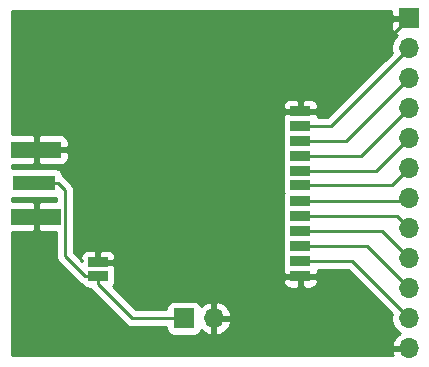
<source format=gbr>
G04 #@! TF.GenerationSoftware,KiCad,Pcbnew,(5.1.5)-3*
G04 #@! TF.CreationDate,2020-06-27T17:11:00-04:00*
G04 #@! TF.ProjectId,BreakoutSI4463PRORev2,42726561-6b6f-4757-9453-493434363350,rev?*
G04 #@! TF.SameCoordinates,Original*
G04 #@! TF.FileFunction,Copper,L1,Top*
G04 #@! TF.FilePolarity,Positive*
%FSLAX46Y46*%
G04 Gerber Fmt 4.6, Leading zero omitted, Abs format (unit mm)*
G04 Created by KiCad (PCBNEW (5.1.5)-3) date 2020-06-27 17:11:00*
%MOMM*%
%LPD*%
G04 APERTURE LIST*
%ADD10O,1.700000X1.700000*%
%ADD11R,1.700000X1.700000*%
%ADD12R,1.676400X0.812800*%
%ADD13R,4.200000X1.350000*%
%ADD14R,3.600000X1.270000*%
%ADD15C,0.800000*%
%ADD16C,0.250000*%
%ADD17C,0.254000*%
G04 APERTURE END LIST*
D10*
X130810000Y-116840000D03*
D11*
X128270000Y-116840000D03*
D10*
X147320000Y-119380000D03*
X147320000Y-116840000D03*
X147320000Y-114300000D03*
X147320000Y-111760000D03*
X147320000Y-109220000D03*
X147320000Y-106680000D03*
X147320000Y-104140000D03*
X147320000Y-101600000D03*
X147320000Y-99060000D03*
X147320000Y-96520000D03*
X147320000Y-93980000D03*
D11*
X147320000Y-91440000D03*
D12*
X120985280Y-112092740D03*
X138127740Y-99314000D03*
X138127740Y-103124000D03*
X138127740Y-112014000D03*
X138127740Y-108204000D03*
X138127740Y-106934000D03*
X138127740Y-105585260D03*
X138127740Y-101854000D03*
X138127740Y-113284000D03*
X120985280Y-113284000D03*
X138127740Y-100584000D03*
X138127740Y-104394000D03*
X138127740Y-109474000D03*
X138127740Y-110744000D03*
D13*
X115770000Y-102585000D03*
X115770000Y-108235000D03*
D14*
X115570000Y-105410000D03*
D15*
X115570000Y-100330000D03*
X115570000Y-110490000D03*
X123190000Y-110490000D03*
D16*
X120985280Y-113940400D02*
X120985280Y-113284000D01*
X123884880Y-116840000D02*
X120985280Y-113940400D01*
X128270000Y-116840000D02*
X123884880Y-116840000D01*
X117620000Y-105410000D02*
X115570000Y-105410000D01*
X118195001Y-105985001D02*
X117620000Y-105410000D01*
X118195001Y-111581921D02*
X118195001Y-105985001D01*
X119897080Y-113284000D02*
X118195001Y-111581921D01*
X120985280Y-113284000D02*
X119897080Y-113284000D01*
X142494000Y-112014000D02*
X147320000Y-116840000D01*
X138127740Y-112014000D02*
X142494000Y-112014000D01*
X143764000Y-110744000D02*
X138127740Y-110744000D01*
X147320000Y-114300000D02*
X143764000Y-110744000D01*
X145034000Y-109474000D02*
X147320000Y-111760000D01*
X138127740Y-109474000D02*
X145034000Y-109474000D01*
X146304000Y-108204000D02*
X138127740Y-108204000D01*
X147320000Y-109220000D02*
X146304000Y-108204000D01*
X147066000Y-106934000D02*
X147320000Y-106680000D01*
X138127740Y-106934000D02*
X147066000Y-106934000D01*
X145874740Y-105585260D02*
X138127740Y-105585260D01*
X147320000Y-104140000D02*
X145874740Y-105585260D01*
X144526000Y-104394000D02*
X138127740Y-104394000D01*
X147320000Y-101600000D02*
X144526000Y-104394000D01*
X143256000Y-103124000D02*
X147320000Y-99060000D01*
X138127740Y-103124000D02*
X143256000Y-103124000D01*
X141986000Y-101854000D02*
X147320000Y-96520000D01*
X138127740Y-101854000D02*
X141986000Y-101854000D01*
X140716000Y-100584000D02*
X147320000Y-93980000D01*
X138127740Y-100584000D02*
X140716000Y-100584000D01*
X139446000Y-99314000D02*
X147320000Y-91440000D01*
X138127740Y-99314000D02*
X139446000Y-99314000D01*
X138127740Y-113940400D02*
X138127740Y-113284000D01*
X143567340Y-119380000D02*
X138127740Y-113940400D01*
X147320000Y-119380000D02*
X143567340Y-119380000D01*
D17*
G36*
X145835000Y-91154250D02*
G01*
X145993750Y-91313000D01*
X147193000Y-91313000D01*
X147193000Y-91293000D01*
X147447000Y-91293000D01*
X147447000Y-91313000D01*
X147467000Y-91313000D01*
X147467000Y-91567000D01*
X147447000Y-91567000D01*
X147447000Y-91587000D01*
X147193000Y-91587000D01*
X147193000Y-91567000D01*
X145993750Y-91567000D01*
X145835000Y-91725750D01*
X145831928Y-92290000D01*
X145844188Y-92414482D01*
X145880498Y-92534180D01*
X145939463Y-92644494D01*
X146018815Y-92741185D01*
X146115506Y-92820537D01*
X146225820Y-92879502D01*
X146298380Y-92901513D01*
X146166525Y-93033368D01*
X146004010Y-93276589D01*
X145892068Y-93546842D01*
X145835000Y-93833740D01*
X145835000Y-94126260D01*
X145878790Y-94346408D01*
X140401199Y-99824000D01*
X139593809Y-99824000D01*
X139604012Y-99720400D01*
X139600940Y-99599750D01*
X139442190Y-99441000D01*
X138254740Y-99441000D01*
X138254740Y-99461000D01*
X138000740Y-99461000D01*
X138000740Y-99441000D01*
X136813290Y-99441000D01*
X136654540Y-99599750D01*
X136651468Y-99720400D01*
X136663728Y-99844882D01*
X136695312Y-99949000D01*
X136663728Y-100053118D01*
X136651468Y-100177600D01*
X136651468Y-100990400D01*
X136663728Y-101114882D01*
X136695312Y-101219000D01*
X136663728Y-101323118D01*
X136651468Y-101447600D01*
X136651468Y-102260400D01*
X136663728Y-102384882D01*
X136695312Y-102489000D01*
X136663728Y-102593118D01*
X136651468Y-102717600D01*
X136651468Y-103530400D01*
X136663728Y-103654882D01*
X136695312Y-103759000D01*
X136663728Y-103863118D01*
X136651468Y-103987600D01*
X136651468Y-104800400D01*
X136663728Y-104924882D01*
X136683369Y-104989630D01*
X136663728Y-105054378D01*
X136651468Y-105178860D01*
X136651468Y-105991660D01*
X136663728Y-106116142D01*
X136700038Y-106235840D01*
X136712754Y-106259630D01*
X136700038Y-106283420D01*
X136663728Y-106403118D01*
X136651468Y-106527600D01*
X136651468Y-107340400D01*
X136663728Y-107464882D01*
X136695312Y-107569000D01*
X136663728Y-107673118D01*
X136651468Y-107797600D01*
X136651468Y-108610400D01*
X136663728Y-108734882D01*
X136695312Y-108839000D01*
X136663728Y-108943118D01*
X136651468Y-109067600D01*
X136651468Y-109880400D01*
X136663728Y-110004882D01*
X136695312Y-110109000D01*
X136663728Y-110213118D01*
X136651468Y-110337600D01*
X136651468Y-111150400D01*
X136663728Y-111274882D01*
X136695312Y-111379000D01*
X136663728Y-111483118D01*
X136651468Y-111607600D01*
X136651468Y-112420400D01*
X136663728Y-112544882D01*
X136695312Y-112649000D01*
X136663728Y-112753118D01*
X136651468Y-112877600D01*
X136654540Y-112998250D01*
X136813290Y-113157000D01*
X138000740Y-113157000D01*
X138000740Y-113137000D01*
X138254740Y-113137000D01*
X138254740Y-113157000D01*
X139442190Y-113157000D01*
X139600940Y-112998250D01*
X139604012Y-112877600D01*
X139593809Y-112774000D01*
X142179199Y-112774000D01*
X145878790Y-116473592D01*
X145835000Y-116693740D01*
X145835000Y-116986260D01*
X145892068Y-117273158D01*
X146004010Y-117543411D01*
X146166525Y-117786632D01*
X146373368Y-117993475D01*
X146555534Y-118115195D01*
X146438645Y-118184822D01*
X146222412Y-118379731D01*
X146048359Y-118613080D01*
X145923175Y-118875901D01*
X145878524Y-119023110D01*
X145999845Y-119253000D01*
X147193000Y-119253000D01*
X147193000Y-119233000D01*
X147447000Y-119233000D01*
X147447000Y-119253000D01*
X147467000Y-119253000D01*
X147467000Y-119507000D01*
X147447000Y-119507000D01*
X147447000Y-119527000D01*
X147193000Y-119527000D01*
X147193000Y-119507000D01*
X145999845Y-119507000D01*
X145878524Y-119736890D01*
X145923175Y-119884099D01*
X145973617Y-119990000D01*
X113690000Y-119990000D01*
X113690000Y-109548038D01*
X115484250Y-109545000D01*
X115643000Y-109386250D01*
X115643000Y-108362000D01*
X115623000Y-108362000D01*
X115623000Y-108108000D01*
X115643000Y-108108000D01*
X115643000Y-107083750D01*
X115484250Y-106925000D01*
X113690000Y-106921962D01*
X113690000Y-106675193D01*
X113770000Y-106683072D01*
X117370000Y-106683072D01*
X117435002Y-106676670D01*
X117435002Y-106922665D01*
X116055750Y-106925000D01*
X115897000Y-107083750D01*
X115897000Y-108108000D01*
X115917000Y-108108000D01*
X115917000Y-108362000D01*
X115897000Y-108362000D01*
X115897000Y-109386250D01*
X116055750Y-109545000D01*
X117435001Y-109547335D01*
X117435001Y-111544598D01*
X117431325Y-111581921D01*
X117435001Y-111619243D01*
X117435001Y-111619253D01*
X117445998Y-111730906D01*
X117486679Y-111865014D01*
X117489455Y-111874167D01*
X117560027Y-112006197D01*
X117597819Y-112052246D01*
X117655000Y-112121922D01*
X117684004Y-112145725D01*
X119333281Y-113795003D01*
X119357079Y-113824001D01*
X119472804Y-113918974D01*
X119579809Y-113976170D01*
X119616543Y-114044894D01*
X119695895Y-114141585D01*
X119792586Y-114220937D01*
X119902900Y-114279902D01*
X120022598Y-114316212D01*
X120147080Y-114328472D01*
X120330954Y-114328472D01*
X120350306Y-114364676D01*
X120390151Y-114413226D01*
X120445279Y-114480401D01*
X120474283Y-114504204D01*
X123321081Y-117351003D01*
X123344879Y-117380001D01*
X123460604Y-117474974D01*
X123592633Y-117545546D01*
X123735894Y-117589003D01*
X123847547Y-117600000D01*
X123847555Y-117600000D01*
X123884880Y-117603676D01*
X123922205Y-117600000D01*
X126781928Y-117600000D01*
X126781928Y-117690000D01*
X126794188Y-117814482D01*
X126830498Y-117934180D01*
X126889463Y-118044494D01*
X126968815Y-118141185D01*
X127065506Y-118220537D01*
X127175820Y-118279502D01*
X127295518Y-118315812D01*
X127420000Y-118328072D01*
X129120000Y-118328072D01*
X129244482Y-118315812D01*
X129364180Y-118279502D01*
X129474494Y-118220537D01*
X129571185Y-118141185D01*
X129650537Y-118044494D01*
X129709502Y-117934180D01*
X129733966Y-117853534D01*
X129809731Y-117937588D01*
X130043080Y-118111641D01*
X130305901Y-118236825D01*
X130453110Y-118281476D01*
X130683000Y-118160155D01*
X130683000Y-116967000D01*
X130937000Y-116967000D01*
X130937000Y-118160155D01*
X131166890Y-118281476D01*
X131314099Y-118236825D01*
X131576920Y-118111641D01*
X131810269Y-117937588D01*
X132005178Y-117721355D01*
X132154157Y-117471252D01*
X132251481Y-117196891D01*
X132130814Y-116967000D01*
X130937000Y-116967000D01*
X130683000Y-116967000D01*
X130663000Y-116967000D01*
X130663000Y-116713000D01*
X130683000Y-116713000D01*
X130683000Y-115519845D01*
X130937000Y-115519845D01*
X130937000Y-116713000D01*
X132130814Y-116713000D01*
X132251481Y-116483109D01*
X132154157Y-116208748D01*
X132005178Y-115958645D01*
X131810269Y-115742412D01*
X131576920Y-115568359D01*
X131314099Y-115443175D01*
X131166890Y-115398524D01*
X130937000Y-115519845D01*
X130683000Y-115519845D01*
X130453110Y-115398524D01*
X130305901Y-115443175D01*
X130043080Y-115568359D01*
X129809731Y-115742412D01*
X129733966Y-115826466D01*
X129709502Y-115745820D01*
X129650537Y-115635506D01*
X129571185Y-115538815D01*
X129474494Y-115459463D01*
X129364180Y-115400498D01*
X129244482Y-115364188D01*
X129120000Y-115351928D01*
X127420000Y-115351928D01*
X127295518Y-115364188D01*
X127175820Y-115400498D01*
X127065506Y-115459463D01*
X126968815Y-115538815D01*
X126889463Y-115635506D01*
X126830498Y-115745820D01*
X126794188Y-115865518D01*
X126781928Y-115990000D01*
X126781928Y-116080000D01*
X124199682Y-116080000D01*
X122267306Y-114147625D01*
X122274665Y-114141585D01*
X122354017Y-114044894D01*
X122412982Y-113934580D01*
X122449292Y-113814882D01*
X122461552Y-113690400D01*
X136651468Y-113690400D01*
X136663728Y-113814882D01*
X136700038Y-113934580D01*
X136759003Y-114044894D01*
X136838355Y-114141585D01*
X136935046Y-114220937D01*
X137045360Y-114279902D01*
X137165058Y-114316212D01*
X137289540Y-114328472D01*
X137841990Y-114325400D01*
X138000740Y-114166650D01*
X138000740Y-113411000D01*
X138254740Y-113411000D01*
X138254740Y-114166650D01*
X138413490Y-114325400D01*
X138965940Y-114328472D01*
X139090422Y-114316212D01*
X139210120Y-114279902D01*
X139320434Y-114220937D01*
X139417125Y-114141585D01*
X139496477Y-114044894D01*
X139555442Y-113934580D01*
X139591752Y-113814882D01*
X139604012Y-113690400D01*
X139600940Y-113569750D01*
X139442190Y-113411000D01*
X138254740Y-113411000D01*
X138000740Y-113411000D01*
X136813290Y-113411000D01*
X136654540Y-113569750D01*
X136651468Y-113690400D01*
X122461552Y-113690400D01*
X122461552Y-112877600D01*
X122449292Y-112753118D01*
X122429651Y-112688370D01*
X122449292Y-112623622D01*
X122461552Y-112499140D01*
X122458480Y-112378490D01*
X122299730Y-112219740D01*
X121112280Y-112219740D01*
X121112280Y-112239528D01*
X120858280Y-112239528D01*
X120858280Y-112219740D01*
X120838280Y-112219740D01*
X120838280Y-111965740D01*
X120858280Y-111965740D01*
X120858280Y-111210090D01*
X121112280Y-111210090D01*
X121112280Y-111965740D01*
X122299730Y-111965740D01*
X122458480Y-111806990D01*
X122461552Y-111686340D01*
X122449292Y-111561858D01*
X122412982Y-111442160D01*
X122354017Y-111331846D01*
X122274665Y-111235155D01*
X122177974Y-111155803D01*
X122067660Y-111096838D01*
X121947962Y-111060528D01*
X121823480Y-111048268D01*
X121271030Y-111051340D01*
X121112280Y-111210090D01*
X120858280Y-111210090D01*
X120699530Y-111051340D01*
X120147080Y-111048268D01*
X120022598Y-111060528D01*
X119902900Y-111096838D01*
X119792586Y-111155803D01*
X119695895Y-111235155D01*
X119616543Y-111331846D01*
X119557578Y-111442160D01*
X119521268Y-111561858D01*
X119509008Y-111686340D01*
X119512080Y-111806990D01*
X119670828Y-111965738D01*
X119653620Y-111965738D01*
X118955001Y-111267120D01*
X118955001Y-106022323D01*
X118958677Y-105985000D01*
X118955001Y-105947677D01*
X118955001Y-105947668D01*
X118944004Y-105836015D01*
X118900547Y-105692754D01*
X118829975Y-105560725D01*
X118735002Y-105445000D01*
X118706003Y-105421201D01*
X118183803Y-104899002D01*
X118160001Y-104869999D01*
X118044276Y-104775026D01*
X118006063Y-104754600D01*
X117995812Y-104650518D01*
X117959502Y-104530820D01*
X117900537Y-104420506D01*
X117821185Y-104323815D01*
X117724494Y-104244463D01*
X117614180Y-104185498D01*
X117494482Y-104149188D01*
X117370000Y-104136928D01*
X113770000Y-104136928D01*
X113690000Y-104144807D01*
X113690000Y-103898038D01*
X115484250Y-103895000D01*
X115643000Y-103736250D01*
X115643000Y-102712000D01*
X115897000Y-102712000D01*
X115897000Y-103736250D01*
X116055750Y-103895000D01*
X117870000Y-103898072D01*
X117994482Y-103885812D01*
X118114180Y-103849502D01*
X118224494Y-103790537D01*
X118321185Y-103711185D01*
X118400537Y-103614494D01*
X118459502Y-103504180D01*
X118495812Y-103384482D01*
X118508072Y-103260000D01*
X118505000Y-102870750D01*
X118346250Y-102712000D01*
X115897000Y-102712000D01*
X115643000Y-102712000D01*
X115623000Y-102712000D01*
X115623000Y-102458000D01*
X115643000Y-102458000D01*
X115643000Y-101433750D01*
X115897000Y-101433750D01*
X115897000Y-102458000D01*
X118346250Y-102458000D01*
X118505000Y-102299250D01*
X118508072Y-101910000D01*
X118495812Y-101785518D01*
X118459502Y-101665820D01*
X118400537Y-101555506D01*
X118321185Y-101458815D01*
X118224494Y-101379463D01*
X118114180Y-101320498D01*
X117994482Y-101284188D01*
X117870000Y-101271928D01*
X116055750Y-101275000D01*
X115897000Y-101433750D01*
X115643000Y-101433750D01*
X115484250Y-101275000D01*
X113690000Y-101271962D01*
X113690000Y-98907600D01*
X136651468Y-98907600D01*
X136654540Y-99028250D01*
X136813290Y-99187000D01*
X138000740Y-99187000D01*
X138000740Y-98431350D01*
X138254740Y-98431350D01*
X138254740Y-99187000D01*
X139442190Y-99187000D01*
X139600940Y-99028250D01*
X139604012Y-98907600D01*
X139591752Y-98783118D01*
X139555442Y-98663420D01*
X139496477Y-98553106D01*
X139417125Y-98456415D01*
X139320434Y-98377063D01*
X139210120Y-98318098D01*
X139090422Y-98281788D01*
X138965940Y-98269528D01*
X138413490Y-98272600D01*
X138254740Y-98431350D01*
X138000740Y-98431350D01*
X137841990Y-98272600D01*
X137289540Y-98269528D01*
X137165058Y-98281788D01*
X137045360Y-98318098D01*
X136935046Y-98377063D01*
X136838355Y-98456415D01*
X136759003Y-98553106D01*
X136700038Y-98663420D01*
X136663728Y-98783118D01*
X136651468Y-98907600D01*
X113690000Y-98907600D01*
X113690000Y-90830000D01*
X145833235Y-90830000D01*
X145835000Y-91154250D01*
G37*
X145835000Y-91154250D02*
X145993750Y-91313000D01*
X147193000Y-91313000D01*
X147193000Y-91293000D01*
X147447000Y-91293000D01*
X147447000Y-91313000D01*
X147467000Y-91313000D01*
X147467000Y-91567000D01*
X147447000Y-91567000D01*
X147447000Y-91587000D01*
X147193000Y-91587000D01*
X147193000Y-91567000D01*
X145993750Y-91567000D01*
X145835000Y-91725750D01*
X145831928Y-92290000D01*
X145844188Y-92414482D01*
X145880498Y-92534180D01*
X145939463Y-92644494D01*
X146018815Y-92741185D01*
X146115506Y-92820537D01*
X146225820Y-92879502D01*
X146298380Y-92901513D01*
X146166525Y-93033368D01*
X146004010Y-93276589D01*
X145892068Y-93546842D01*
X145835000Y-93833740D01*
X145835000Y-94126260D01*
X145878790Y-94346408D01*
X140401199Y-99824000D01*
X139593809Y-99824000D01*
X139604012Y-99720400D01*
X139600940Y-99599750D01*
X139442190Y-99441000D01*
X138254740Y-99441000D01*
X138254740Y-99461000D01*
X138000740Y-99461000D01*
X138000740Y-99441000D01*
X136813290Y-99441000D01*
X136654540Y-99599750D01*
X136651468Y-99720400D01*
X136663728Y-99844882D01*
X136695312Y-99949000D01*
X136663728Y-100053118D01*
X136651468Y-100177600D01*
X136651468Y-100990400D01*
X136663728Y-101114882D01*
X136695312Y-101219000D01*
X136663728Y-101323118D01*
X136651468Y-101447600D01*
X136651468Y-102260400D01*
X136663728Y-102384882D01*
X136695312Y-102489000D01*
X136663728Y-102593118D01*
X136651468Y-102717600D01*
X136651468Y-103530400D01*
X136663728Y-103654882D01*
X136695312Y-103759000D01*
X136663728Y-103863118D01*
X136651468Y-103987600D01*
X136651468Y-104800400D01*
X136663728Y-104924882D01*
X136683369Y-104989630D01*
X136663728Y-105054378D01*
X136651468Y-105178860D01*
X136651468Y-105991660D01*
X136663728Y-106116142D01*
X136700038Y-106235840D01*
X136712754Y-106259630D01*
X136700038Y-106283420D01*
X136663728Y-106403118D01*
X136651468Y-106527600D01*
X136651468Y-107340400D01*
X136663728Y-107464882D01*
X136695312Y-107569000D01*
X136663728Y-107673118D01*
X136651468Y-107797600D01*
X136651468Y-108610400D01*
X136663728Y-108734882D01*
X136695312Y-108839000D01*
X136663728Y-108943118D01*
X136651468Y-109067600D01*
X136651468Y-109880400D01*
X136663728Y-110004882D01*
X136695312Y-110109000D01*
X136663728Y-110213118D01*
X136651468Y-110337600D01*
X136651468Y-111150400D01*
X136663728Y-111274882D01*
X136695312Y-111379000D01*
X136663728Y-111483118D01*
X136651468Y-111607600D01*
X136651468Y-112420400D01*
X136663728Y-112544882D01*
X136695312Y-112649000D01*
X136663728Y-112753118D01*
X136651468Y-112877600D01*
X136654540Y-112998250D01*
X136813290Y-113157000D01*
X138000740Y-113157000D01*
X138000740Y-113137000D01*
X138254740Y-113137000D01*
X138254740Y-113157000D01*
X139442190Y-113157000D01*
X139600940Y-112998250D01*
X139604012Y-112877600D01*
X139593809Y-112774000D01*
X142179199Y-112774000D01*
X145878790Y-116473592D01*
X145835000Y-116693740D01*
X145835000Y-116986260D01*
X145892068Y-117273158D01*
X146004010Y-117543411D01*
X146166525Y-117786632D01*
X146373368Y-117993475D01*
X146555534Y-118115195D01*
X146438645Y-118184822D01*
X146222412Y-118379731D01*
X146048359Y-118613080D01*
X145923175Y-118875901D01*
X145878524Y-119023110D01*
X145999845Y-119253000D01*
X147193000Y-119253000D01*
X147193000Y-119233000D01*
X147447000Y-119233000D01*
X147447000Y-119253000D01*
X147467000Y-119253000D01*
X147467000Y-119507000D01*
X147447000Y-119507000D01*
X147447000Y-119527000D01*
X147193000Y-119527000D01*
X147193000Y-119507000D01*
X145999845Y-119507000D01*
X145878524Y-119736890D01*
X145923175Y-119884099D01*
X145973617Y-119990000D01*
X113690000Y-119990000D01*
X113690000Y-109548038D01*
X115484250Y-109545000D01*
X115643000Y-109386250D01*
X115643000Y-108362000D01*
X115623000Y-108362000D01*
X115623000Y-108108000D01*
X115643000Y-108108000D01*
X115643000Y-107083750D01*
X115484250Y-106925000D01*
X113690000Y-106921962D01*
X113690000Y-106675193D01*
X113770000Y-106683072D01*
X117370000Y-106683072D01*
X117435002Y-106676670D01*
X117435002Y-106922665D01*
X116055750Y-106925000D01*
X115897000Y-107083750D01*
X115897000Y-108108000D01*
X115917000Y-108108000D01*
X115917000Y-108362000D01*
X115897000Y-108362000D01*
X115897000Y-109386250D01*
X116055750Y-109545000D01*
X117435001Y-109547335D01*
X117435001Y-111544598D01*
X117431325Y-111581921D01*
X117435001Y-111619243D01*
X117435001Y-111619253D01*
X117445998Y-111730906D01*
X117486679Y-111865014D01*
X117489455Y-111874167D01*
X117560027Y-112006197D01*
X117597819Y-112052246D01*
X117655000Y-112121922D01*
X117684004Y-112145725D01*
X119333281Y-113795003D01*
X119357079Y-113824001D01*
X119472804Y-113918974D01*
X119579809Y-113976170D01*
X119616543Y-114044894D01*
X119695895Y-114141585D01*
X119792586Y-114220937D01*
X119902900Y-114279902D01*
X120022598Y-114316212D01*
X120147080Y-114328472D01*
X120330954Y-114328472D01*
X120350306Y-114364676D01*
X120390151Y-114413226D01*
X120445279Y-114480401D01*
X120474283Y-114504204D01*
X123321081Y-117351003D01*
X123344879Y-117380001D01*
X123460604Y-117474974D01*
X123592633Y-117545546D01*
X123735894Y-117589003D01*
X123847547Y-117600000D01*
X123847555Y-117600000D01*
X123884880Y-117603676D01*
X123922205Y-117600000D01*
X126781928Y-117600000D01*
X126781928Y-117690000D01*
X126794188Y-117814482D01*
X126830498Y-117934180D01*
X126889463Y-118044494D01*
X126968815Y-118141185D01*
X127065506Y-118220537D01*
X127175820Y-118279502D01*
X127295518Y-118315812D01*
X127420000Y-118328072D01*
X129120000Y-118328072D01*
X129244482Y-118315812D01*
X129364180Y-118279502D01*
X129474494Y-118220537D01*
X129571185Y-118141185D01*
X129650537Y-118044494D01*
X129709502Y-117934180D01*
X129733966Y-117853534D01*
X129809731Y-117937588D01*
X130043080Y-118111641D01*
X130305901Y-118236825D01*
X130453110Y-118281476D01*
X130683000Y-118160155D01*
X130683000Y-116967000D01*
X130937000Y-116967000D01*
X130937000Y-118160155D01*
X131166890Y-118281476D01*
X131314099Y-118236825D01*
X131576920Y-118111641D01*
X131810269Y-117937588D01*
X132005178Y-117721355D01*
X132154157Y-117471252D01*
X132251481Y-117196891D01*
X132130814Y-116967000D01*
X130937000Y-116967000D01*
X130683000Y-116967000D01*
X130663000Y-116967000D01*
X130663000Y-116713000D01*
X130683000Y-116713000D01*
X130683000Y-115519845D01*
X130937000Y-115519845D01*
X130937000Y-116713000D01*
X132130814Y-116713000D01*
X132251481Y-116483109D01*
X132154157Y-116208748D01*
X132005178Y-115958645D01*
X131810269Y-115742412D01*
X131576920Y-115568359D01*
X131314099Y-115443175D01*
X131166890Y-115398524D01*
X130937000Y-115519845D01*
X130683000Y-115519845D01*
X130453110Y-115398524D01*
X130305901Y-115443175D01*
X130043080Y-115568359D01*
X129809731Y-115742412D01*
X129733966Y-115826466D01*
X129709502Y-115745820D01*
X129650537Y-115635506D01*
X129571185Y-115538815D01*
X129474494Y-115459463D01*
X129364180Y-115400498D01*
X129244482Y-115364188D01*
X129120000Y-115351928D01*
X127420000Y-115351928D01*
X127295518Y-115364188D01*
X127175820Y-115400498D01*
X127065506Y-115459463D01*
X126968815Y-115538815D01*
X126889463Y-115635506D01*
X126830498Y-115745820D01*
X126794188Y-115865518D01*
X126781928Y-115990000D01*
X126781928Y-116080000D01*
X124199682Y-116080000D01*
X122267306Y-114147625D01*
X122274665Y-114141585D01*
X122354017Y-114044894D01*
X122412982Y-113934580D01*
X122449292Y-113814882D01*
X122461552Y-113690400D01*
X136651468Y-113690400D01*
X136663728Y-113814882D01*
X136700038Y-113934580D01*
X136759003Y-114044894D01*
X136838355Y-114141585D01*
X136935046Y-114220937D01*
X137045360Y-114279902D01*
X137165058Y-114316212D01*
X137289540Y-114328472D01*
X137841990Y-114325400D01*
X138000740Y-114166650D01*
X138000740Y-113411000D01*
X138254740Y-113411000D01*
X138254740Y-114166650D01*
X138413490Y-114325400D01*
X138965940Y-114328472D01*
X139090422Y-114316212D01*
X139210120Y-114279902D01*
X139320434Y-114220937D01*
X139417125Y-114141585D01*
X139496477Y-114044894D01*
X139555442Y-113934580D01*
X139591752Y-113814882D01*
X139604012Y-113690400D01*
X139600940Y-113569750D01*
X139442190Y-113411000D01*
X138254740Y-113411000D01*
X138000740Y-113411000D01*
X136813290Y-113411000D01*
X136654540Y-113569750D01*
X136651468Y-113690400D01*
X122461552Y-113690400D01*
X122461552Y-112877600D01*
X122449292Y-112753118D01*
X122429651Y-112688370D01*
X122449292Y-112623622D01*
X122461552Y-112499140D01*
X122458480Y-112378490D01*
X122299730Y-112219740D01*
X121112280Y-112219740D01*
X121112280Y-112239528D01*
X120858280Y-112239528D01*
X120858280Y-112219740D01*
X120838280Y-112219740D01*
X120838280Y-111965740D01*
X120858280Y-111965740D01*
X120858280Y-111210090D01*
X121112280Y-111210090D01*
X121112280Y-111965740D01*
X122299730Y-111965740D01*
X122458480Y-111806990D01*
X122461552Y-111686340D01*
X122449292Y-111561858D01*
X122412982Y-111442160D01*
X122354017Y-111331846D01*
X122274665Y-111235155D01*
X122177974Y-111155803D01*
X122067660Y-111096838D01*
X121947962Y-111060528D01*
X121823480Y-111048268D01*
X121271030Y-111051340D01*
X121112280Y-111210090D01*
X120858280Y-111210090D01*
X120699530Y-111051340D01*
X120147080Y-111048268D01*
X120022598Y-111060528D01*
X119902900Y-111096838D01*
X119792586Y-111155803D01*
X119695895Y-111235155D01*
X119616543Y-111331846D01*
X119557578Y-111442160D01*
X119521268Y-111561858D01*
X119509008Y-111686340D01*
X119512080Y-111806990D01*
X119670828Y-111965738D01*
X119653620Y-111965738D01*
X118955001Y-111267120D01*
X118955001Y-106022323D01*
X118958677Y-105985000D01*
X118955001Y-105947677D01*
X118955001Y-105947668D01*
X118944004Y-105836015D01*
X118900547Y-105692754D01*
X118829975Y-105560725D01*
X118735002Y-105445000D01*
X118706003Y-105421201D01*
X118183803Y-104899002D01*
X118160001Y-104869999D01*
X118044276Y-104775026D01*
X118006063Y-104754600D01*
X117995812Y-104650518D01*
X117959502Y-104530820D01*
X117900537Y-104420506D01*
X117821185Y-104323815D01*
X117724494Y-104244463D01*
X117614180Y-104185498D01*
X117494482Y-104149188D01*
X117370000Y-104136928D01*
X113770000Y-104136928D01*
X113690000Y-104144807D01*
X113690000Y-103898038D01*
X115484250Y-103895000D01*
X115643000Y-103736250D01*
X115643000Y-102712000D01*
X115897000Y-102712000D01*
X115897000Y-103736250D01*
X116055750Y-103895000D01*
X117870000Y-103898072D01*
X117994482Y-103885812D01*
X118114180Y-103849502D01*
X118224494Y-103790537D01*
X118321185Y-103711185D01*
X118400537Y-103614494D01*
X118459502Y-103504180D01*
X118495812Y-103384482D01*
X118508072Y-103260000D01*
X118505000Y-102870750D01*
X118346250Y-102712000D01*
X115897000Y-102712000D01*
X115643000Y-102712000D01*
X115623000Y-102712000D01*
X115623000Y-102458000D01*
X115643000Y-102458000D01*
X115643000Y-101433750D01*
X115897000Y-101433750D01*
X115897000Y-102458000D01*
X118346250Y-102458000D01*
X118505000Y-102299250D01*
X118508072Y-101910000D01*
X118495812Y-101785518D01*
X118459502Y-101665820D01*
X118400537Y-101555506D01*
X118321185Y-101458815D01*
X118224494Y-101379463D01*
X118114180Y-101320498D01*
X117994482Y-101284188D01*
X117870000Y-101271928D01*
X116055750Y-101275000D01*
X115897000Y-101433750D01*
X115643000Y-101433750D01*
X115484250Y-101275000D01*
X113690000Y-101271962D01*
X113690000Y-98907600D01*
X136651468Y-98907600D01*
X136654540Y-99028250D01*
X136813290Y-99187000D01*
X138000740Y-99187000D01*
X138000740Y-98431350D01*
X138254740Y-98431350D01*
X138254740Y-99187000D01*
X139442190Y-99187000D01*
X139600940Y-99028250D01*
X139604012Y-98907600D01*
X139591752Y-98783118D01*
X139555442Y-98663420D01*
X139496477Y-98553106D01*
X139417125Y-98456415D01*
X139320434Y-98377063D01*
X139210120Y-98318098D01*
X139090422Y-98281788D01*
X138965940Y-98269528D01*
X138413490Y-98272600D01*
X138254740Y-98431350D01*
X138000740Y-98431350D01*
X137841990Y-98272600D01*
X137289540Y-98269528D01*
X137165058Y-98281788D01*
X137045360Y-98318098D01*
X136935046Y-98377063D01*
X136838355Y-98456415D01*
X136759003Y-98553106D01*
X136700038Y-98663420D01*
X136663728Y-98783118D01*
X136651468Y-98907600D01*
X113690000Y-98907600D01*
X113690000Y-90830000D01*
X145833235Y-90830000D01*
X145835000Y-91154250D01*
M02*

</source>
